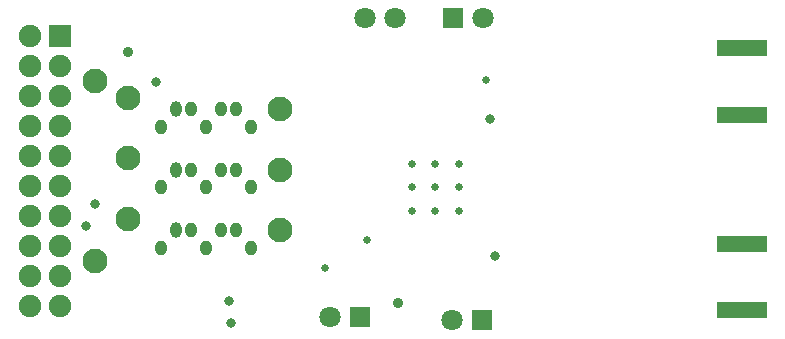
<source format=gbs>
%FSLAX43Y43*%
%MOMM*%
G71*
G01*
G75*
G04 Layer_Color=32768*
%ADD10R,3.600X1.800*%
%ADD11R,0.800X0.650*%
%ADD12R,0.650X0.800*%
%ADD13R,0.282X0.205*%
%ADD14R,0.205X0.282*%
%ADD15R,1.200X1.200*%
%ADD16R,0.900X0.600*%
%ADD17R,0.600X0.900*%
%ADD18R,0.350X0.350*%
%ADD19R,0.350X0.350*%
G04:AMPARAMS|DCode=20|XSize=0.205mm|YSize=0.282mm|CornerRadius=0mm|HoleSize=0mm|Usage=FLASHONLY|Rotation=315.000|XOffset=0mm|YOffset=0mm|HoleType=Round|Shape=Rectangle|*
%AMROTATEDRECTD20*
4,1,4,-0.172,-0.027,0.027,0.172,0.172,0.027,-0.027,-0.172,-0.172,-0.027,0.0*
%
%ADD20ROTATEDRECTD20*%

%ADD21R,0.350X0.700*%
%ADD22R,0.600X0.600*%
%ADD23R,0.950X1.750*%
%ADD24R,0.600X0.500*%
%ADD25R,0.762X0.762*%
%ADD26R,0.350X0.850*%
%ADD27R,1.100X0.700*%
%ADD28O,0.700X0.250*%
%ADD29O,0.250X0.700*%
%ADD30R,4.700X4.700*%
%ADD31R,1.600X1.400*%
%ADD32R,0.300X0.700*%
%ADD33R,1.300X1.100*%
%ADD34R,2.250X1.000*%
%ADD35R,2.200X1.050*%
%ADD36R,1.050X1.000*%
%ADD37R,1.200X3.200*%
%ADD38R,3.000X3.000*%
%ADD39R,3.200X1.200*%
%ADD40C,0.300*%
%ADD41C,0.254*%
%ADD42C,0.150*%
%ADD43C,0.203*%
%ADD44C,0.175*%
%ADD45C,0.152*%
%ADD46C,0.200*%
%ADD47C,0.400*%
%ADD48C,0.195*%
%ADD49C,0.170*%
%ADD50C,0.210*%
%ADD51C,0.190*%
%ADD52C,0.350*%
%ADD53R,1.547X1.240*%
%ADD54R,0.920X0.400*%
%ADD55R,0.920X0.400*%
%ADD56R,0.900X0.400*%
%ADD57R,0.002X0.195*%
%ADD58R,0.000X0.195*%
%ADD59R,0.486X1.169*%
%ADD60R,0.729X0.544*%
%ADD61R,0.428X1.195*%
%ADD62R,0.643X0.715*%
%ADD63C,2.000*%
%ADD64O,0.900X1.200*%
%ADD65O,0.900X1.250*%
%ADD66C,1.700*%
%ADD67R,4.200X1.350*%
%ADD68R,1.700X1.700*%
%ADD69C,1.800*%
%ADD70R,1.800X1.800*%
%ADD71C,0.550*%
%ADD72C,0.350*%
%ADD73C,0.800*%
%ADD74C,0.737*%
%ADD75C,0.250*%
%ADD76C,0.100*%
%ADD77C,0.102*%
%ADD78R,0.875X0.550*%
%ADD79R,1.750X1.750*%
%ADD80R,2.100X2.100*%
G04:AMPARAMS|DCode=81|XSize=1.65mm|YSize=1.65mm|CornerRadius=0.412mm|HoleSize=0mm|Usage=FLASHONLY|Rotation=0.000|XOffset=0mm|YOffset=0mm|HoleType=Round|Shape=RoundedRectangle|*
%AMROUNDEDRECTD81*
21,1,1.650,0.825,0,0,0.0*
21,1,0.825,1.650,0,0,0.0*
1,1,0.825,0.412,-0.412*
1,1,0.825,-0.412,-0.412*
1,1,0.825,-0.412,0.412*
1,1,0.825,0.412,0.412*
%
%ADD81ROUNDEDRECTD81*%
%ADD82R,2.100X2.100*%
%ADD83R,3.850X1.150*%
%ADD84R,3.599X1.806*%
%ADD85R,3.603X1.802*%
%ADD86R,1.550X1.350*%
%ADD87R,4.700X1.400*%
%ADD88R,1.400X4.700*%
%ADD89R,1.950X0.850*%
%ADD90R,0.900X0.750*%
%ADD91R,0.750X0.900*%
%ADD92R,0.408X0.332*%
%ADD93R,0.332X0.408*%
%ADD94R,1.300X1.300*%
%ADD95R,1.000X0.700*%
%ADD96R,0.700X1.000*%
G04:AMPARAMS|DCode=97|XSize=0.332mm|YSize=0.408mm|CornerRadius=0mm|HoleSize=0mm|Usage=FLASHONLY|Rotation=315.000|XOffset=0mm|YOffset=0mm|HoleType=Round|Shape=Rectangle|*
%AMROTATEDRECTD97*
4,1,4,-0.261,-0.027,0.027,0.261,0.261,0.027,-0.027,-0.261,-0.261,-0.027,0.0*
%
%ADD97ROTATEDRECTD97*%

%ADD98R,0.450X0.800*%
%ADD99R,0.700X0.700*%
%ADD100R,1.050X1.850*%
%ADD101R,0.700X0.600*%
%ADD102R,0.862X0.862*%
%ADD103R,0.450X0.950*%
%ADD104R,1.240X0.840*%
%ADD105O,0.800X0.350*%
%ADD106O,0.350X0.800*%
%ADD107R,1.750X1.550*%
%ADD108R,0.450X0.850*%
%ADD109R,1.400X1.200*%
%ADD110R,2.350X1.100*%
%ADD111R,2.300X1.150*%
%ADD112R,1.150X1.100*%
%ADD113R,1.300X3.300*%
%ADD114R,3.100X3.100*%
%ADD115R,3.300X1.300*%
%ADD116C,2.100*%
%ADD117O,1.000X1.300*%
%ADD118O,1.000X1.350*%
%ADD119R,1.800X1.800*%
%ADD120C,1.900*%
%ADD121R,1.900X1.900*%
%ADD122C,0.900*%
%ADD123C,0.650*%
%ADD124C,0.837*%
D67*
X62802Y25383D02*
D03*
Y19733D02*
D03*
X62826Y8825D02*
D03*
Y3175D02*
D03*
D69*
X30873Y27910D02*
D03*
X40869D02*
D03*
X38272Y2335D02*
D03*
X33413Y27910D02*
D03*
X27931Y2582D02*
D03*
D116*
X8000Y7380D02*
D03*
Y22620D02*
D03*
X23673Y15096D02*
D03*
X10843Y16096D02*
D03*
X23673Y9950D02*
D03*
X10843Y10950D02*
D03*
X23673Y20192D02*
D03*
X10843Y21192D02*
D03*
D117*
X21213Y13596D02*
D03*
X19943Y15096D02*
D03*
X18673D02*
D03*
X17403Y13596D02*
D03*
X16133Y15096D02*
D03*
X13593Y13596D02*
D03*
X21213Y8450D02*
D03*
X19943Y9950D02*
D03*
X18673D02*
D03*
X17403Y8450D02*
D03*
X16133Y9950D02*
D03*
X13593Y8450D02*
D03*
X21213Y18692D02*
D03*
X19943Y20192D02*
D03*
X18673D02*
D03*
X17403Y18692D02*
D03*
X16133Y20192D02*
D03*
X13593Y18692D02*
D03*
D118*
X14863Y15096D02*
D03*
Y9950D02*
D03*
Y20192D02*
D03*
D119*
X38329Y27910D02*
D03*
X40812Y2335D02*
D03*
X30471Y2582D02*
D03*
D120*
X2530Y26430D02*
D03*
X5070Y21350D02*
D03*
X2530D02*
D03*
Y23890D02*
D03*
X5070D02*
D03*
X2530Y3570D02*
D03*
Y6110D02*
D03*
X5070D02*
D03*
X2530Y13730D02*
D03*
X5070Y11190D02*
D03*
X2530D02*
D03*
Y8650D02*
D03*
X5070Y13730D02*
D03*
Y8650D02*
D03*
Y16270D02*
D03*
X2530Y18810D02*
D03*
X5070D02*
D03*
X2530Y16270D02*
D03*
X5070Y3570D02*
D03*
D121*
Y26430D02*
D03*
D122*
X33719Y3763D02*
D03*
X10875Y25065D02*
D03*
D123*
X27481Y6749D02*
D03*
X41926Y7770D02*
D03*
X41174Y22650D02*
D03*
X41471Y19357D02*
D03*
X38865Y11602D02*
D03*
X36845D02*
D03*
X34860Y11606D02*
D03*
X34849Y13604D02*
D03*
X36862Y13605D02*
D03*
X38859Y13611D02*
D03*
X38858Y15606D02*
D03*
X36861Y15604D02*
D03*
X34869Y15605D02*
D03*
X31094Y9163D02*
D03*
X38862Y11605D02*
D03*
X36862D02*
D03*
X34862D02*
D03*
Y13605D02*
D03*
Y15605D02*
D03*
X36862D02*
D03*
X38862Y13605D02*
D03*
Y15605D02*
D03*
X36862Y13605D02*
D03*
D124*
X7290Y10296D02*
D03*
X8021Y12172D02*
D03*
X19534Y2074D02*
D03*
X19404Y3933D02*
D03*
X13190Y22526D02*
D03*
X41926Y7770D02*
D03*
X41471Y19357D02*
D03*
M02*

</source>
